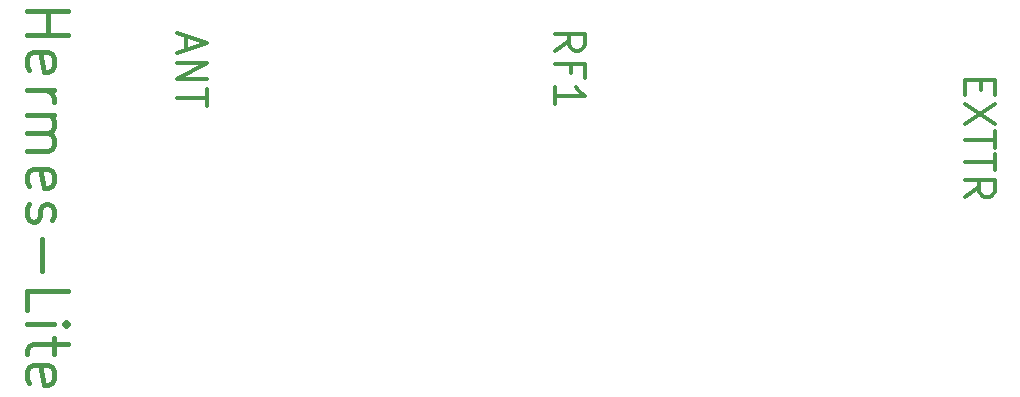
<source format=gto>
G04 #@! TF.GenerationSoftware,KiCad,Pcbnew,5.0.2-bee76a0~70~ubuntu16.04.1*
G04 #@! TF.CreationDate,2019-09-01T12:37:42-07:00*
G04 #@! TF.ProjectId,endcap,656e6463-6170-42e6-9b69-6361645f7063,rev?*
G04 #@! TF.SameCoordinates,PX2faf080PY2faf080*
G04 #@! TF.FileFunction,Legend,Top*
G04 #@! TF.FilePolarity,Positive*
%FSLAX46Y46*%
G04 Gerber Fmt 4.6, Leading zero omitted, Abs format (unit mm)*
G04 Created by KiCad (PCBNEW 5.0.2-bee76a0~70~ubuntu16.04.1) date Sun 01 Sep 2019 12:37:42 PM PDT*
%MOMM*%
%LPD*%
G01*
G04 APERTURE LIST*
%ADD10C,0.300000*%
%ADD11C,0.400000*%
G04 APERTURE END LIST*
D10*
X31883333Y-6342857D02*
X31883333Y-7533333D01*
X31169047Y-6104761D02*
X33669047Y-6938095D01*
X31169047Y-7771428D01*
X31169047Y-8604761D02*
X33669047Y-8604761D01*
X31169047Y-10033333D01*
X33669047Y-10033333D01*
X33669047Y-10866666D02*
X33669047Y-12295238D01*
X31169047Y-11580952D02*
X33669047Y-11580952D01*
X63169047Y-7611904D02*
X64359523Y-6778571D01*
X63169047Y-6183333D02*
X65669047Y-6183333D01*
X65669047Y-7135714D01*
X65550000Y-7373809D01*
X65430952Y-7492857D01*
X65192857Y-7611904D01*
X64835714Y-7611904D01*
X64597619Y-7492857D01*
X64478571Y-7373809D01*
X64359523Y-7135714D01*
X64359523Y-6183333D01*
X64478571Y-9516666D02*
X64478571Y-8683333D01*
X63169047Y-8683333D02*
X65669047Y-8683333D01*
X65669047Y-9873809D01*
X63169047Y-12135714D02*
X63169047Y-10707142D01*
X63169047Y-11421428D02*
X65669047Y-11421428D01*
X65311904Y-11183333D01*
X65073809Y-10945238D01*
X64954761Y-10707142D01*
X99178571Y-10119047D02*
X99178571Y-10952380D01*
X97869047Y-11309523D02*
X97869047Y-10119047D01*
X100369047Y-10119047D01*
X100369047Y-11309523D01*
X100369047Y-12142857D02*
X97869047Y-13809523D01*
X100369047Y-13809523D02*
X97869047Y-12142857D01*
X100369047Y-14404761D02*
X100369047Y-15833333D01*
X97869047Y-15119047D02*
X100369047Y-15119047D01*
X100369047Y-16309523D02*
X100369047Y-17738095D01*
X97869047Y-17023809D02*
X100369047Y-17023809D01*
X97869047Y-20000000D02*
X99059523Y-19166666D01*
X97869047Y-18571428D02*
X100369047Y-18571428D01*
X100369047Y-19523809D01*
X100250000Y-19761904D01*
X100130952Y-19880952D01*
X99892857Y-20000000D01*
X99535714Y-20000000D01*
X99297619Y-19880952D01*
X99178571Y-19761904D01*
X99059523Y-19523809D01*
X99059523Y-18571428D01*
D11*
X18416666Y-4250000D02*
X21916666Y-4250000D01*
X20250000Y-4250000D02*
X20250000Y-6250000D01*
X18416666Y-6250000D02*
X21916666Y-6250000D01*
X18583333Y-9250000D02*
X18416666Y-8916666D01*
X18416666Y-8250000D01*
X18583333Y-7916666D01*
X18916666Y-7750000D01*
X20250000Y-7750000D01*
X20583333Y-7916666D01*
X20750000Y-8250000D01*
X20750000Y-8916666D01*
X20583333Y-9250000D01*
X20250000Y-9416666D01*
X19916666Y-9416666D01*
X19583333Y-7750000D01*
X18416666Y-10916666D02*
X20750000Y-10916666D01*
X20083333Y-10916666D02*
X20416666Y-11083333D01*
X20583333Y-11250000D01*
X20750000Y-11583333D01*
X20750000Y-11916666D01*
X18416666Y-13083333D02*
X20750000Y-13083333D01*
X20416666Y-13083333D02*
X20583333Y-13250000D01*
X20750000Y-13583333D01*
X20750000Y-14083333D01*
X20583333Y-14416666D01*
X20250000Y-14583333D01*
X18416666Y-14583333D01*
X20250000Y-14583333D02*
X20583333Y-14750000D01*
X20750000Y-15083333D01*
X20750000Y-15583333D01*
X20583333Y-15916666D01*
X20250000Y-16083333D01*
X18416666Y-16083333D01*
X18583333Y-19083333D02*
X18416666Y-18750000D01*
X18416666Y-18083333D01*
X18583333Y-17750000D01*
X18916666Y-17583333D01*
X20250000Y-17583333D01*
X20583333Y-17750000D01*
X20750000Y-18083333D01*
X20750000Y-18750000D01*
X20583333Y-19083333D01*
X20250000Y-19250000D01*
X19916666Y-19250000D01*
X19583333Y-17583333D01*
X18583333Y-20583333D02*
X18416666Y-20916666D01*
X18416666Y-21583333D01*
X18583333Y-21916666D01*
X18916666Y-22083333D01*
X19083333Y-22083333D01*
X19416666Y-21916666D01*
X19583333Y-21583333D01*
X19583333Y-21083333D01*
X19750000Y-20750000D01*
X20083333Y-20583333D01*
X20250000Y-20583333D01*
X20583333Y-20750000D01*
X20750000Y-21083333D01*
X20750000Y-21583333D01*
X20583333Y-21916666D01*
X19750000Y-23583333D02*
X19750000Y-26250000D01*
X18416666Y-29583333D02*
X18416666Y-27916666D01*
X21916666Y-27916666D01*
X18416666Y-30750000D02*
X20750000Y-30750000D01*
X21916666Y-30750000D02*
X21750000Y-30583333D01*
X21583333Y-30750000D01*
X21750000Y-30916666D01*
X21916666Y-30750000D01*
X21583333Y-30750000D01*
X20750000Y-31916666D02*
X20750000Y-33250000D01*
X21916666Y-32416666D02*
X18916666Y-32416666D01*
X18583333Y-32583333D01*
X18416666Y-32916666D01*
X18416666Y-33250000D01*
X18583333Y-35750000D02*
X18416666Y-35416666D01*
X18416666Y-34750000D01*
X18583333Y-34416666D01*
X18916666Y-34250000D01*
X20250000Y-34250000D01*
X20583333Y-34416666D01*
X20750000Y-34750000D01*
X20750000Y-35416666D01*
X20583333Y-35750000D01*
X20250000Y-35916666D01*
X19916666Y-35916666D01*
X19583333Y-34250000D01*
M02*

</source>
